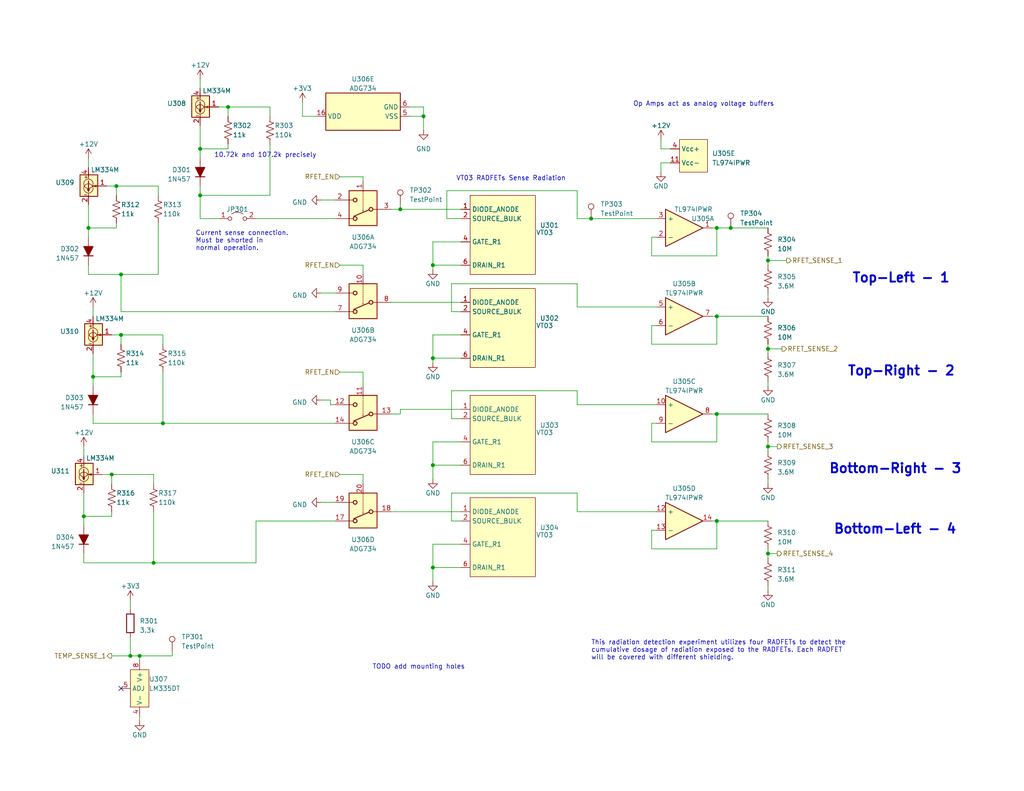
<source format=kicad_sch>
(kicad_sch (version 20230121) (generator eeschema)
  (paper "USLetter")
  (lib_symbols
    (symbol "Analog_Switch:ADG734"
      (property "Reference" "U" (at -3.175 5.334 0))
      (property "Value" "ADG734" (at -3.175 3.556 0))
      (symbol "ADG734_1_1"
        (rectangle (start -3.81 1.905) (end 3.81 -7.62) (stroke (width 0.254)) (fill (type background)))
        (circle (center -2.159 -2.54) (radius 0.508) (stroke (width 0.254)))
        (polyline (pts (xy -5.08 -2.54) (xy -2.794 -2.54)))
        (polyline (pts (xy -1.651 -2.413) (xy 2.54 -0.635)) (stroke (width 0.254)))
        (polyline (pts (xy 0 -7.62) (xy 0 -7.112)))
        (polyline (pts (xy 0 -6.858) (xy 0 -6.604)))
        (polyline (pts (xy 0 -6.35) (xy 0 -6.096)))
        (polyline (pts (xy 0 -5.842) (xy 0 -5.588)))
        (polyline (pts (xy 0 -5.334) (xy 0 -5.08)))
        (polyline (pts (xy 0 -4.826) (xy 0 -4.572)))
        (polyline (pts (xy 0 -4.318) (xy 0 -4.064)))
        (polyline (pts (xy 0 -3.81) (xy 0 -3.556)))
        (polyline (pts (xy 0 -3.302) (xy 0 -3.048)))
        (polyline (pts (xy 0 -2.794) (xy 0 -2.54)))
        (polyline (pts (xy 0 -2.286) (xy 0 -2.032)))
        (polyline (pts (xy 0 -2.286) (xy 0 -2.032)))
        (polyline (pts (xy 5.08 -5.08) (xy 2.794 -5.08)))
        (polyline (pts (xy 5.08 0) (xy 2.794 0)))
        (circle (center 2.159 -5.08) (radius 0.508) (stroke (width 0.254)))
        (circle (center 2.159 0) (radius 0.508) (stroke (width 0.254)))
        (pin input line (at 0 -10.16 90) (length 2.54) (name "~") (number "1"))
        (pin passive line (at 7.62 -5.08 180) (length 2.54) (name "~") (number "2"))
        (pin passive line (at -7.62 -2.54 0) (length 2.54) (name "~") (number "3"))
        (pin passive line (at 7.62 0 180) (length 2.54) (name "~") (number "4"))
      )
      (symbol "ADG734_2_1"
        (rectangle (start -3.81 1.905) (end 3.81 -7.62) (stroke (width 0.254)) (fill (type background)))
        (circle (center -2.159 -2.54) (radius 0.508) (stroke (width 0.254)))
        (polyline (pts (xy -5.08 -2.54) (xy -2.794 -2.54)))
        (polyline (pts (xy -1.651 -2.413) (xy 2.54 -0.635)) (stroke (width 0.254)))
        (polyline (pts (xy 0 -7.62) (xy 0 -7.112)))
        (polyline (pts (xy 0 -6.858) (xy 0 -6.604)))
        (polyline (pts (xy 0 -6.35) (xy 0 -6.096)))
        (polyline (pts (xy 0 -5.842) (xy 0 -5.588)))
        (polyline (pts (xy 0 -5.334) (xy 0 -5.08)))
        (polyline (pts (xy 0 -4.826) (xy 0 -4.572)))
        (polyline (pts (xy 0 -4.318) (xy 0 -4.064)))
        (polyline (pts (xy 0 -3.81) (xy 0 -3.556)))
        (polyline (pts (xy 0 -3.302) (xy 0 -3.048)))
        (polyline (pts (xy 0 -2.794) (xy 0 -2.54)))
        (polyline (pts (xy 0 -2.286) (xy 0 -2.032)))
        (polyline (pts (xy 0 -2.286) (xy 0 -2.032)))
        (polyline (pts (xy 5.08 -5.08) (xy 2.794 -5.08)))
        (polyline (pts (xy 5.08 0) (xy 2.794 0)))
        (circle (center 2.159 -5.08) (radius 0.508) (stroke (width 0.254)))
        (circle (center 2.159 0) (radius 0.508) (stroke (width 0.254)))
        (pin input line (at 0 -10.16 90) (length 2.54) (name "~") (number "10"))
        (pin passive line (at 7.62 0 180) (length 2.54) (name "~") (number "7"))
        (pin passive line (at -7.62 -2.54 0) (length 2.54) (name "~") (number "8"))
        (pin passive line (at 7.62 -5.08 180) (length 2.54) (name "~") (number "9"))
      )
      (symbol "ADG734_3_1"
        (rectangle (start -3.81 1.905) (end 3.81 -7.62) (stroke (width 0.254)) (fill (type background)))
        (circle (center -2.159 -2.54) (radius 0.508) (stroke (width 0.254)))
        (polyline (pts (xy -5.08 -2.54) (xy -2.794 -2.54)))
        (polyline (pts (xy -1.651 -2.413) (xy 2.54 -0.635)) (stroke (width 0.254)))
        (polyline (pts (xy 0 -7.62) (xy 0 -7.112)))
        (polyline (pts (xy 0 -6.858) (xy 0 -6.604)))
        (polyline (pts (xy 0 -6.35) (xy 0 -6.096)))
        (polyline (pts (xy 0 -5.842) (xy 0 -5.588)))
        (polyline (pts (xy 0 -5.334) (xy 0 -5.08)))
        (polyline (pts (xy 0 -4.826) (xy 0 -4.572)))
        (polyline (pts (xy 0 -4.318) (xy 0 -4.064)))
        (polyline (pts (xy 0 -3.81) (xy 0 -3.556)))
        (polyline (pts (xy 0 -3.302) (xy 0 -3.048)))
        (polyline (pts (xy 0 -2.794) (xy 0 -2.54)))
        (polyline (pts (xy 0 -2.286) (xy 0 -2.032)))
        (polyline (pts (xy 0 -2.286) (xy 0 -2.032)))
        (polyline (pts (xy 5.08 -5.08) (xy 2.794 -5.08)))
        (polyline (pts (xy 5.08 0) (xy 2.794 0)))
        (circle (center 2.159 -5.08) (radius 0.508) (stroke (width 0.254)))
        (circle (center 2.159 0) (radius 0.508) (stroke (width 0.254)))
        (pin input line (at 0 -10.16 90) (length 2.54) (name "~") (number "11"))
        (pin passive line (at 7.62 -5.08 180) (length 2.54) (name "~") (number "12"))
        (pin passive line (at -7.62 -2.54 0) (length 2.54) (name "~") (number "13"))
        (pin passive line (at 7.62 0 180) (length 2.54) (name "~") (number "14"))
      )
      (symbol "ADG734_4_1"
        (rectangle (start -3.81 1.905) (end 3.81 -7.62) (stroke (width 0.254)) (fill (type background)))
        (circle (center -2.159 -2.54) (radius 0.508) (stroke (width 0.254)))
        (polyline (pts (xy -5.08 -2.54) (xy -2.794 -2.54)))
        (polyline (pts (xy -1.651 -2.413) (xy 2.54 -0.635)) (stroke (width 0.254)))
        (polyline (pts (xy 0 -7.62) (xy 0 -7.112)))
        (polyline (pts (xy 0 -6.858) (xy 0 -6.604)))
        (polyline (pts (xy 0 -6.35) (xy 0 -6.096)))
        (polyline (pts (xy 0 -5.842) (xy 0 -5.588)))
        (polyline (pts (xy 0 -5.334) (xy 0 -5.08)))
        (polyline (pts (xy 0 -4.826) (xy 0 -4.572)))
        (polyline (pts (xy 0 -4.318) (xy 0 -4.064)))
        (polyline (pts (xy 0 -3.81) (xy 0 -3.556)))
        (polyline (pts (xy 0 -3.302) (xy 0 -3.048)))
        (polyline (pts (xy 0 -2.794) (xy 0 -2.54)))
        (polyline (pts (xy 0 -2.286) (xy 0 -2.032)))
        (polyline (pts (xy 0 -2.286) (xy 0 -2.032)))
        (polyline (pts (xy 5.08 -5.08) (xy 2.794 -5.08)))
        (polyline (pts (xy 5.08 0) (xy 2.794 0)))
        (circle (center 2.159 -5.08) (radius 0.508) (stroke (width 0.254)))
        (circle (center 2.159 0) (radius 0.508) (stroke (width 0.254)))
        (pin passive line (at 7.62 0 180) (length 2.54) (name "~") (number "17"))
        (pin passive line (at -7.62 -2.54 0) (length 2.54) (name "~") (number "18"))
        (pin passive line (at 7.62 -5.08 180) (length 2.54) (name "~") (number "19"))
        (pin input line (at 0 -10.16 90) (length 2.54) (name "~") (number "20"))
      )
      (symbol "ADG734_5_0"
        (pin no_connect line (at 2.54 10.16 270) (length 2.54) hide (name "NC") (number "15"))
        (pin power_in line (at 0 12.7 270) (length 2.54) (name "VDD") (number "16"))
        (pin power_in line (at 0 -12.7 90) (length 2.54) (name "VSS") (number "5"))
        (pin power_in line (at 2.54 -12.7 90) (length 2.54) (name "GND") (number "6"))
      )
      (symbol "ADG734_5_1"
        (rectangle (start -3.81 10.16) (end 6.35 -10.16) (stroke (width 0.254)) (fill (type background)))
      )
    )
    (symbol "BIRDS-X_Symbols_Lib:1N457" (pin_numbers hide) (pin_names (offset 1.016) hide)
      (property "Reference" "D" (at 0 5.08 0))
      (property "Value" "1N457" (at 0 2.54 0))
      (symbol "1N457_0_1"
        (polyline (pts (xy -1.27 0) (xy 1.27 0)))
        (polyline (pts (xy 1.27 1.27) (xy 1.27 -1.27)) (stroke (width 0.254)))
        (polyline (pts (xy -1.27 1.27) (xy -1.27 -1.27) (xy 1.27 0) (xy -1.27 1.27)) (stroke (width 0.254)) (fill (type outline)))
      )
      (symbol "1N457_1_1"
        (pin passive line (at 3.81 0 180) (length 2.54) (name "K") (number "1"))
        (pin passive line (at -3.81 0 0) (length 2.54) (name "A") (number "2"))
      )
    )
    (symbol "BIRDS-X_Symbols_Lib:LM334M"
      (property "Reference" "U" (at 0.635 6.35 0))
      (property "Value" "LM334M" (at 0.635 4.445 0))
      (symbol "LM334M_0_1"
        (rectangle (start -2.286 3.048) (end 2.54 -2.794) (stroke (width 0.254)) (fill (type background)))
        (circle (center 0 -0.635) (radius 1.27))
        (polyline (pts (xy -1.143 -2.413) (xy -0.381 -2.413)))
        (polyline (pts (xy -1.016 2.413) (xy -0.254 2.413)))
        (polyline (pts (xy -0.635 2.794) (xy -0.635 2.032)))
        (polyline (pts (xy 0 -1.905) (xy 0 -3.175)))
        (polyline (pts (xy 0 1.397) (xy 0 -1.397)) (stroke (width 0.254)))
        (polyline (pts (xy 0 3.81) (xy 0 1.905)))
        (polyline (pts (xy 5.08 0) (xy 1.27 0)))
        (polyline (pts (xy 0 -1.397) (xy -0.254 -0.889) (xy 0.254 -0.889) (xy 0 -1.397)) (stroke (width 0.254)))
        (polyline (pts (xy 1.27 0) (xy 2.159 0.254) (xy 2.159 -0.254) (xy 1.27 0)))
        (circle (center 0 0.635) (radius 1.27))
      )
      (symbol "LM334M_1_1"
        (pin passive line (at 5.08 0 180) (length 2.54) (name "~") (number "1"))
        (pin passive line (at 0 -5.08 90) (length 2.54) (name "~") (number "2"))
        (pin passive line (at 0 -5.08 90) (length 2.54) hide (name "~") (number "3"))
        (pin passive line (at 0 5.08 270) (length 2.54) (name "~") (number "4"))
        (pin no_connect line (at 2.54 2.54 180) (length 2.54) hide (name "NC") (number "5"))
        (pin passive line (at 0 -5.08 90) (length 2.54) hide (name "~") (number "6"))
        (pin passive line (at 0 -5.08 90) (length 2.54) hide (name "~") (number "7"))
        (pin no_connect line (at 2.54 -2.54 180) (length 2.54) hide (name "NC") (number "8"))
      )
    )
    (symbol "BIRDS-X_Symbols_Lib:LM335D"
      (property "Reference" "U" (at 3.81 3.81 0))
      (property "Value" "LM335D" (at 5.08 6.35 0))
      (symbol "LM335D_1_1"
        (rectangle (start -2.54 5.08) (end 2.54 -5.08) (fill (type background)))
        (pin no_connect line (at 2.54 -2.54 180) (length 2.54) hide (name "NC") (number "1"))
        (pin no_connect line (at 2.54 2.54 180) (length 2.54) hide (name "NC") (number "2"))
        (pin no_connect line (at 2.54 0 180) (length 2.54) hide (name "NC") (number "3"))
        (pin input line (at 0 -7.62 90) (length 2.54) (name "V-") (number "4"))
        (pin input line (at -5.08 0 0) (length 2.54) (name "ADJ") (number "5"))
        (pin no_connect line (at -2.54 -2.54 0) (length 2.54) hide (name "NC") (number "6"))
        (pin no_connect line (at 2.54 5.08 180) (length 2.54) hide (name "NC") (number "7"))
        (pin input line (at 0 7.62 270) (length 2.54) (name "V+") (number "8"))
      )
    )
    (symbol "BIRDS-X_Symbols_Lib:TL974IPWR"
      (property "Reference" "U" (at 5.08 2.54 0))
      (property "Value" "TL974IPWR" (at 2.54 5.08 0))
      (symbol "TL974IPWR_1_1"
        (polyline (pts (xy -5.08 5.08) (xy 5.08 0) (xy -5.08 -5.08) (xy -5.08 5.08)) (stroke (width 0.254)) (fill (type background)))
        (pin output line (at 7.62 0 180) (length 2.54) (name "~") (number "1"))
        (pin input line (at -7.62 -2.54 0) (length 2.54) (name "-") (number "2"))
        (pin input line (at -7.62 2.54 0) (length 2.54) (name "+") (number "3"))
      )
      (symbol "TL974IPWR_2_1"
        (polyline (pts (xy -5.08 5.08) (xy 5.08 0) (xy -5.08 -5.08) (xy -5.08 5.08)) (stroke (width 0.254)) (fill (type background)))
        (pin input line (at -7.62 2.54 0) (length 2.54) (name "+") (number "5"))
        (pin input line (at -7.62 -2.54 0) (length 2.54) (name "-") (number "6"))
        (pin output line (at 7.62 0 180) (length 2.54) (name "~") (number "7"))
      )
      (symbol "TL974IPWR_3_1"
        (polyline (pts (xy -5.08 5.08) (xy 5.08 0) (xy -5.08 -5.08) (xy -5.08 5.08)) (stroke (width 0.254)) (fill (type background)))
        (pin input line (at -7.62 2.54 0) (length 2.54) (name "+") (number "10"))
        (pin output line (at 7.62 0 180) (length 2.54) (name "~") (number "8"))
        (pin input line (at -7.62 -2.54 0) (length 2.54) (name "-") (number "9"))
      )
      (symbol "TL974IPWR_4_1"
        (polyline (pts (xy -5.08 5.08) (xy 5.08 0) (xy -5.08 -5.08) (xy -5.08 5.08)) (stroke (width 0.254)) (fill (type background)))
        (pin input line (at -7.62 2.54 0) (length 2.54) (name "+") (number "12"))
        (pin input line (at -7.62 -2.54 0) (length 2.54) (name "-") (number "13"))
        (pin output line (at 7.62 0 180) (length 2.54) (name "~") (number "14"))
      )
      (symbol "TL974IPWR_5_1"
        (rectangle (start -3.81 3.81) (end 3.81 -5.08) (fill (type background)))
        (pin input line (at -6.35 -2.54 0) (length 2.54) (name "Vcc-") (number "11"))
        (pin input line (at -6.35 1.27 0) (length 2.54) (name "Vcc+") (number "4"))
      )
    )
    (symbol "BIRDS-X_Symbols_Lib:VT03_Radfet"
      (property "Reference" "U" (at 11.43 -6.35 0))
      (property "Value" "VT03" (at 11.43 -3.81 0))
      (symbol "VT03_Radfet_0_0"
        (text "" (at -8.89 10.16 0) (effects (font (size 1.27 1.27))))
      )
      (symbol "VT03_Radfet_1_1"
        (rectangle (start -8.89 6.35) (end 8.89 -15.24) (fill (type background)))
        (pin input line (at -11.43 2.54 0) (length 2.54) (name "DIODE_ANODE") (number "1"))
        (pin output line (at -11.43 0 0) (length 2.54) (name "SOURCE_BULK") (number "2"))
        (pin no_connect line (at -8.89 -3.81 0) (length 2.54) hide (name "NC") (number "3"))
        (pin input line (at -11.43 -6.35 0) (length 2.54) (name "GATE_R1") (number "4"))
        (pin no_connect line (at -8.89 -10.16 0) (length 2.54) hide (name "NC") (number "5"))
        (pin input line (at -11.43 -12.7 0) (length 2.54) (name "DRAIN_R1") (number "6"))
      )
    )
    (symbol "Connector:TestPoint" (pin_numbers hide) (pin_names (offset 0.762) hide)
      (property "Reference" "TP" (at 0 6.858 0))
      (property "Value" "TestPoint" (at 0 5.08 0))
      (symbol "TestPoint_0_1"
        (circle (center 0 3.302) (radius 0.762))
      )
      (symbol "TestPoint_1_1"
        (pin passive line (at 0 0 90) (length 2.54) (name "1") (number "1"))
      )
    )
    (symbol "Device:R" (pin_numbers hide) (pin_names (offset 0))
      (property "Reference" "R" (at 2.032 0 90))
      (property "Value" "R" (at 0 0 90))
      (symbol "R_0_1"
        (rectangle (start -1.016 -2.54) (end 1.016 2.54) (stroke (width 0.254)))
      )
      (symbol "R_1_1"
        (pin passive line (at 0 3.81 270) (length 1.27) (name "~") (number "1"))
        (pin passive line (at 0 -3.81 90) (length 1.27) (name "~") (number "2"))
      )
    )
    (symbol "Device:R_US" (pin_numbers hide) (pin_names (offset 0))
      (property "Reference" "R" (at 2.54 0 90))
      (property "Value" "R_US" (at -2.54 0 90))
      (symbol "R_US_0_1"
        (polyline (pts (xy 0 -2.286) (xy 0 -2.54)))
        (polyline (pts (xy 0 2.286) (xy 0 2.54)))
        (polyline (pts (xy 0 -0.762) (xy 1.016 -1.143) (xy 0 -1.524) (xy -1.016 -1.905) (xy 0 -2.286)))
        (polyline (pts (xy 0 0.762) (xy 1.016 0.381) (xy 0 0) (xy -1.016 -0.381) (xy 0 -0.762)))
        (polyline (pts (xy 0 2.286) (xy 1.016 1.905) (xy 0 1.524) (xy -1.016 1.143) (xy 0 0.762)))
      )
      (symbol "R_US_1_1"
        (pin passive line (at 0 3.81 270) (length 1.27) (name "~") (number "1"))
        (pin passive line (at 0 -3.81 90) (length 1.27) (name "~") (number "2"))
      )
    )
    (symbol "Jumper:Jumper_2_Open" (pin_names (offset 0) hide)
      (property "Reference" "JP" (at 0 2.794 0))
      (property "Value" "Jumper_2_Open" (at 0 -2.286 0))
      (symbol "Jumper_2_Open_0_0"
        (circle (center -2.032 0) (radius 0.508))
        (circle (center 2.032 0) (radius 0.508))
      )
      (symbol "Jumper_2_Open_0_1"
        (arc (start 1.524 1.27) (mid 0 1.778) (end -1.524 1.27))
      )
      (symbol "Jumper_2_Open_1_1"
        (pin passive line (at -5.08 0 0) (length 2.54) (name "A") (number "1"))
        (pin passive line (at 5.08 0 180) (length 2.54) (name "B") (number "2"))
      )
    )
    (symbol "power:+12V" (power) (pin_names (offset 0))
      (property "Value" "+12V" (at 0 3.556 0))
      (symbol "+12V_0_1"
        (polyline (pts (xy -0.762 1.27) (xy 0 2.54)))
        (polyline (pts (xy 0 0) (xy 0 2.54)))
        (polyline (pts (xy 0 2.54) (xy 0.762 1.27)))
      )
      (symbol "+12V_1_1"
        (pin power_in line (at 0 0 90) (length 0) hide (name "+12V") (number "1"))
      )
    )
    (symbol "power:+3V3" (power) (pin_names (offset 0))
      (property "Value" "+3V3" (at 0 3.556 0))
      (symbol "+3V3_0_1"
        (polyline (pts (xy -0.762 1.27) (xy 0 2.54)))
        (polyline (pts (xy 0 0) (xy 0 2.54)))
        (polyline (pts (xy 0 2.54) (xy 0.762 1.27)))
      )
      (symbol "+3V3_1_1"
        (pin power_in line (at 0 0 90) (length 0) hide (name "+3V3") (number "1"))
      )
    )
    (symbol "power:GND" (power) (pin_names (offset 0))
      (property "Value" "GND" (at 0 -3.81 0))
      (symbol "GND_0_1"
        (polyline (pts (xy 0 0) (xy 0 -1.27) (xy 1.27 -1.27) (xy 0 -2.54) (xy -1.27 -1.27) (xy 0 -1.27)))
      )
      (symbol "GND_1_1"
        (pin power_in line (at 0 0 270) (length 0) hide (name "GND") (number "1"))
      )
    )
  )
  (junction (at 35.56 179.07))
  (junction (at 209.55 121.92))
  (junction (at 118.11 127))
  (junction (at 33.02 91.44))
  (junction (at 209.55 71.12))
  (junction (at 24.13 62.23))
  (junction (at 62.23 29.21))
  (junction (at 161.29 59.69))
  (junction (at 31.75 50.8))
  (junction (at 199.39 62.23))
  (junction (at 195.58 86.36))
  (junction (at 109.22 57.15))
  (junction (at 209.55 95.25))
  (junction (at 115.57 31.75))
  (junction (at 195.58 62.23))
  (junction (at 22.86 140.97))
  (junction (at 118.11 72.39))
  (junction (at 38.1 179.07))
  (junction (at 25.4 102.87))
  (junction (at 118.11 97.79))
  (junction (at 33.02 74.93))
  (junction (at 44.45 115.57))
  (junction (at 195.58 142.24))
  (junction (at 195.58 113.03))
  (junction (at 30.48 129.54))
  (junction (at 118.11 154.94))
  (junction (at 54.61 40.64))
  (junction (at 41.91 153.67))
  (junction (at 54.61 53.34))
  (junction (at 209.55 151.13))
  (no_connect (at 33.02 187.96))
  (wire (pts (xy 161.29 59.69) (xy 179.07 59.69)))
  (wire (pts (xy 54.61 53.34) (xy 54.61 59.69)))
  (wire (pts (xy 195.58 113.03) (xy 194.31 113.03)))
  (wire (pts (xy 209.55 120.65) (xy 209.55 121.92)))
  (wire (pts (xy 180.34 38.1) (xy 180.34 40.64)))
  (wire (pts (xy 195.58 113.03) (xy 209.55 113.03)))
  (wire (pts (xy 157.48 77.47) (xy 157.48 83.82)))
  (wire (pts (xy 35.56 173.99) (xy 35.56 179.07)))
  (wire (pts (xy 209.55 149.86) (xy 209.55 151.13)))
  (wire (pts (xy 157.48 52.07) (xy 157.48 59.69)))
  (wire (pts (xy 24.13 43.18) (xy 24.13 45.72)))
  (wire (pts (xy 33.02 102.87) (xy 33.02 101.6)))
  (wire (pts (xy 209.55 160.02) (xy 209.55 161.29)))
  (wire (pts (xy 123.19 106.68) (xy 157.48 106.68)))
  (wire (pts (xy 25.4 115.57) (xy 44.45 115.57)))
  (wire (pts (xy 30.48 179.07) (xy 35.56 179.07)))
  (wire (pts (xy 118.11 148.59) (xy 118.11 154.94)))
  (wire (pts (xy 123.19 77.47) (xy 157.48 77.47)))
  (wire (pts (xy 177.8 120.65) (xy 195.58 120.65)))
  (wire (pts (xy 33.02 93.98) (xy 33.02 91.44)))
  (wire (pts (xy 22.86 134.62) (xy 22.86 140.97)))
  (wire (pts (xy 69.85 59.69) (xy 91.44 59.69)))
  (wire (pts (xy 62.23 31.75) (xy 62.23 29.21)))
  (wire (pts (xy 33.02 74.93) (xy 43.18 74.93)))
  (wire (pts (xy 92.71 48.26) (xy 99.06 48.26)))
  (wire (pts (xy 46.99 177.8) (xy 46.99 179.07)))
  (wire (pts (xy 177.8 69.85) (xy 195.58 69.85)))
  (wire (pts (xy 54.61 34.29) (xy 54.61 40.64)))
  (wire (pts (xy 209.55 151.13) (xy 209.55 152.4)))
  (wire (pts (xy 24.13 62.23) (xy 24.13 64.77)))
  (wire (pts (xy 209.55 69.85) (xy 209.55 71.12)))
  (wire (pts (xy 180.34 44.45) (xy 182.88 44.45)))
  (wire (pts (xy 195.58 62.23) (xy 194.31 62.23)))
  (wire (pts (xy 62.23 29.21) (xy 59.69 29.21)))
  (wire (pts (xy 157.48 110.49) (xy 179.07 110.49)))
  (wire (pts (xy 22.86 140.97) (xy 22.86 143.51)))
  (wire (pts (xy 33.02 102.87) (xy 25.4 102.87)))
  (wire (pts (xy 31.75 50.8) (xy 29.21 50.8)))
  (wire (pts (xy 109.22 111.76) (xy 125.73 111.76)))
  (wire (pts (xy 209.55 93.98) (xy 209.55 95.25)))
  (wire (pts (xy 118.11 154.94) (xy 125.73 154.94)))
  (wire (pts (xy 209.55 71.12) (xy 214.63 71.12)))
  (wire (pts (xy 54.61 50.8) (xy 54.61 53.34)))
  (wire (pts (xy 62.23 40.64) (xy 54.61 40.64)))
  (wire (pts (xy 73.66 31.75) (xy 73.66 29.21)))
  (wire (pts (xy 177.8 64.77) (xy 177.8 69.85)))
  (wire (pts (xy 123.19 134.62) (xy 157.48 134.62)))
  (wire (pts (xy 195.58 93.98) (xy 195.58 86.36)))
  (wire (pts (xy 31.75 62.23) (xy 31.75 60.96)))
  (wire (pts (xy 195.58 69.85) (xy 195.58 62.23)))
  (wire (pts (xy 123.19 114.3) (xy 125.73 114.3)))
  (wire (pts (xy 118.11 154.94) (xy 118.11 158.75)))
  (wire (pts (xy 177.8 93.98) (xy 195.58 93.98)))
  (wire (pts (xy 44.45 91.44) (xy 33.02 91.44)))
  (wire (pts (xy 121.92 59.69) (xy 121.92 52.07)))
  (wire (pts (xy 31.75 53.34) (xy 31.75 50.8)))
  (wire (pts (xy 43.18 53.34) (xy 43.18 50.8)))
  (wire (pts (xy 44.45 101.6) (xy 44.45 115.57)))
  (wire (pts (xy 54.61 59.69) (xy 59.69 59.69)))
  (wire (pts (xy 199.39 62.23) (xy 209.55 62.23)))
  (wire (pts (xy 30.48 129.54) (xy 27.94 129.54)))
  (wire (pts (xy 111.76 29.21) (xy 115.57 29.21)))
  (wire (pts (xy 109.22 113.03) (xy 109.22 111.76)))
  (wire (pts (xy 177.8 149.86) (xy 195.58 149.86)))
  (wire (pts (xy 123.19 85.09) (xy 125.73 85.09)))
  (wire (pts (xy 44.45 115.57) (xy 91.44 115.57)))
  (wire (pts (xy 123.19 142.24) (xy 123.19 134.62)))
  (wire (pts (xy 46.99 179.07) (xy 38.1 179.07)))
  (wire (pts (xy 87.63 80.01) (xy 91.44 80.01)))
  (wire (pts (xy 209.55 95.25) (xy 213.36 95.25)))
  (wire (pts (xy 92.71 72.39) (xy 99.06 72.39)))
  (wire (pts (xy 87.63 137.16) (xy 91.44 137.16)))
  (wire (pts (xy 118.11 91.44) (xy 118.11 97.79)))
  (wire (pts (xy 92.71 101.6) (xy 99.06 101.6)))
  (wire (pts (xy 195.58 86.36) (xy 209.55 86.36)))
  (wire (pts (xy 31.75 62.23) (xy 24.13 62.23)))
  (wire (pts (xy 109.22 57.15) (xy 125.73 57.15)))
  (wire (pts (xy 54.61 53.34) (xy 73.66 53.34)))
  (wire (pts (xy 118.11 127) (xy 125.73 127)))
  (wire (pts (xy 35.56 163.83) (xy 35.56 166.37)))
  (wire (pts (xy 195.58 142.24) (xy 209.55 142.24)))
  (wire (pts (xy 99.06 72.39) (xy 99.06 74.93)))
  (wire (pts (xy 92.71 129.54) (xy 99.06 129.54)))
  (wire (pts (xy 30.48 132.08) (xy 30.48 129.54)))
  (wire (pts (xy 118.11 72.39) (xy 125.73 72.39)))
  (wire (pts (xy 177.8 115.57) (xy 177.8 120.65)))
  (wire (pts (xy 41.91 139.7) (xy 41.91 153.67)))
  (wire (pts (xy 44.45 93.98) (xy 44.45 91.44)))
  (wire (pts (xy 33.02 74.93) (xy 24.13 74.93)))
  (wire (pts (xy 118.11 66.04) (xy 125.73 66.04)))
  (wire (pts (xy 115.57 31.75) (xy 115.57 35.56)))
  (wire (pts (xy 195.58 149.86) (xy 195.58 142.24)))
  (wire (pts (xy 69.85 153.67) (xy 69.85 142.24)))
  (wire (pts (xy 99.06 129.54) (xy 99.06 132.08)))
  (wire (pts (xy 123.19 142.24) (xy 125.73 142.24)))
  (wire (pts (xy 195.58 142.24) (xy 194.31 142.24)))
  (wire (pts (xy 99.06 48.26) (xy 99.06 49.53)))
  (wire (pts (xy 118.11 66.04) (xy 118.11 72.39)))
  (wire (pts (xy 179.07 88.9) (xy 177.8 88.9)))
  (wire (pts (xy 179.07 115.57) (xy 177.8 115.57)))
  (wire (pts (xy 157.48 59.69) (xy 161.29 59.69)))
  (wire (pts (xy 180.34 46.99) (xy 180.34 44.45)))
  (wire (pts (xy 41.91 153.67) (xy 69.85 153.67)))
  (wire (pts (xy 195.58 86.36) (xy 194.31 86.36)))
  (wire (pts (xy 99.06 101.6) (xy 99.06 105.41)))
  (wire (pts (xy 24.13 55.88) (xy 24.13 62.23)))
  (wire (pts (xy 73.66 29.21) (xy 62.23 29.21)))
  (wire (pts (xy 195.58 62.23) (xy 199.39 62.23)))
  (wire (pts (xy 106.68 113.03) (xy 109.22 113.03)))
  (wire (pts (xy 209.55 71.12) (xy 209.55 72.39)))
  (wire (pts (xy 157.48 83.82) (xy 179.07 83.82)))
  (wire (pts (xy 209.55 121.92) (xy 209.55 123.19)))
  (wire (pts (xy 22.86 153.67) (xy 41.91 153.67)))
  (wire (pts (xy 38.1 195.58) (xy 38.1 196.85)))
  (wire (pts (xy 209.55 95.25) (xy 209.55 96.52)))
  (wire (pts (xy 41.91 129.54) (xy 30.48 129.54)))
  (wire (pts (xy 43.18 50.8) (xy 31.75 50.8)))
  (wire (pts (xy 54.61 21.59) (xy 54.61 24.13)))
  (wire (pts (xy 106.68 57.15) (xy 109.22 57.15)))
  (wire (pts (xy 123.19 77.47) (xy 123.19 85.09)))
  (wire (pts (xy 30.48 140.97) (xy 22.86 140.97)))
  (wire (pts (xy 121.92 52.07) (xy 157.48 52.07)))
  (wire (pts (xy 177.8 144.78) (xy 177.8 149.86)))
  (wire (pts (xy 180.34 40.64) (xy 182.88 40.64)))
  (wire (pts (xy 22.86 121.92) (xy 22.86 124.46)))
  (wire (pts (xy 118.11 91.44) (xy 125.73 91.44)))
  (wire (pts (xy 209.55 104.14) (xy 209.55 105.41)))
  (wire (pts (xy 54.61 40.64) (xy 54.61 43.18)))
  (wire (pts (xy 195.58 120.65) (xy 195.58 113.03)))
  (wire (pts (xy 22.86 151.13) (xy 22.86 153.67)))
  (wire (pts (xy 179.07 64.77) (xy 177.8 64.77)))
  (wire (pts (xy 118.11 97.79) (xy 125.73 97.79)))
  (wire (pts (xy 177.8 88.9) (xy 177.8 93.98)))
  (wire (pts (xy 33.02 85.09) (xy 33.02 74.93)))
  (wire (pts (xy 209.55 121.92) (xy 212.09 121.92)))
  (wire (pts (xy 82.55 31.75) (xy 86.36 31.75)))
  (wire (pts (xy 123.19 114.3) (xy 123.19 106.68)))
  (wire (pts (xy 25.4 96.52) (xy 25.4 102.87)))
  (wire (pts (xy 90.17 110.49) (xy 91.44 110.49)))
  (wire (pts (xy 24.13 72.39) (xy 24.13 74.93)))
  (wire (pts (xy 90.17 110.49) (xy 90.17 109.22)))
  (wire (pts (xy 209.55 151.13) (xy 212.09 151.13)))
  (wire (pts (xy 118.11 97.79) (xy 118.11 99.06)))
  (wire (pts (xy 209.55 81.28) (xy 209.55 80.01)))
  (wire (pts (xy 30.48 140.97) (xy 30.48 139.7)))
  (wire (pts (xy 115.57 29.21) (xy 115.57 31.75)))
  (wire (pts (xy 69.85 142.24) (xy 91.44 142.24)))
  (wire (pts (xy 118.11 148.59) (xy 125.73 148.59)))
  (wire (pts (xy 62.23 40.64) (xy 62.23 39.37)))
  (wire (pts (xy 25.4 113.03) (xy 25.4 115.57)))
  (wire (pts (xy 118.11 120.65) (xy 118.11 127)))
  (wire (pts (xy 38.1 179.07) (xy 38.1 180.34)))
  (wire (pts (xy 121.92 59.69) (xy 125.73 59.69)))
  (wire (pts (xy 109.22 55.88) (xy 109.22 57.15)))
  (wire (pts (xy 90.17 109.22) (xy 87.63 109.22)))
  (wire (pts (xy 25.4 83.82) (xy 25.4 86.36)))
  (wire (pts (xy 179.07 144.78) (xy 177.8 144.78)))
  (wire (pts (xy 209.55 130.81) (xy 209.55 132.08)))
  (wire (pts (xy 118.11 127) (xy 118.11 130.81)))
  (wire (pts (xy 118.11 120.65) (xy 125.73 120.65)))
  (wire (pts (xy 106.68 82.55) (xy 125.73 82.55)))
  (wire (pts (xy 82.55 27.94) (xy 82.55 31.75)))
  (wire (pts (xy 33.02 91.44) (xy 30.48 91.44)))
  (wire (pts (xy 43.18 74.93) (xy 43.18 60.96)))
  (wire (pts (xy 73.66 53.34) (xy 73.66 39.37)))
  (wire (pts (xy 33.02 85.09) (xy 91.44 85.09)))
  (wire (pts (xy 41.91 132.08) (xy 41.91 129.54)))
  (wire (pts (xy 106.68 139.7) (xy 125.73 139.7)))
  (wire (pts (xy 25.4 102.87) (xy 25.4 105.41)))
  (wire (pts (xy 157.48 134.62) (xy 157.48 139.7)))
  (wire (pts (xy 35.56 179.07) (xy 38.1 179.07)))
  (wire (pts (xy 111.76 31.75) (xy 115.57 31.75)))
  (wire (pts (xy 157.48 106.68) (xy 157.48 110.49)))
  (wire (pts (xy 157.48 139.7) (xy 179.07 139.7)))
  (wire (pts (xy 118.11 73.66) (xy 118.11 72.39)))
  (wire (pts (xy 87.63 54.61) (xy 91.44 54.61)))
  (text "Top-Right - 2" (at 231.14 102.87 0) (effects (font (size 2.54 2.54) (thickness 0.508) bold) (justify left bottom)))
  (text "Bottom-Right - 3" (at 226.06 129.54 0) (effects (font (size 2.54 2.54) (thickness 0.508) bold) (justify left bottom)))
  (text "Top-Left - 1" (at 232.41 77.47 0) (effects (font (size 2.54 2.54) (thickness 0.508) bold) (justify left bottom)))
  (text "VT03 RADFETs Sense Radiation" (at 124.46 49.53 0) (effects (font (size 1.27 1.27)) (justify left bottom)))
  (text "Op Amps act as analog voltage buffers" (at 172.72 29.21 0) (effects (font (size 1.27 1.27)) (justify left bottom)))
  (text "TODO add mounting holes" (at 101.6 182.88 0) (effects (font (size 1.27 1.27)) (justify left bottom)))
  (text "10.72k and 107.2k precisely" (at 58.42 43.18 0) (effects (font (size 1.27 1.27)) (justify left bottom)))
  (text "This radiation detection experiment utilizes four RADFETs to detect the\ncumulative dosage of radiation exposed to the RADFETs. Each RADFET \nwill be covered with different shielding." (at 161.29 180.34 0) (effects (font (size 1.27 1.27)) (justify left bottom)))
  (text "Bottom-Left - 4" (at 227.33 146.05 0) (effects (font (size 2.54 2.54) (thickness 0.508) bold) (justify left bottom)))
  (text "Current sense connection.\nMust be shorted in\nnormal operation." (at 53.34 68.58 0) (effects (font (size 1.27 1.27)) (justify left bottom)))
  (hierarchical_label "RFET_EN" (shape input) (at 92.71 129.54 180))
  (hierarchical_label "RFET_EN" (shape input) (at 92.71 48.26 180))
  (hierarchical_label "RFET_SENSE_4" (shape output) (at 212.09 151.13 0))
  (hierarchical_label "RFET_SENSE_1" (shape output) (at 214.63 71.12 0))
  (hierarchical_label "TEMP_SENSE_1" (shape output) (at 30.48 179.07 180))
  (hierarchical_label "RFET_EN" (shape input) (at 92.71 72.39 180))
  (hierarchical_label "RFET_EN" (shape input) (at 92.71 101.6 180))
  (hierarchical_label "RFET_SENSE_2" (shape output) (at 213.36 95.25 0))
  (hierarchical_label "RFET_SENSE_3" (shape output) (at 212.09 121.92 0))
  (symbol (lib_id "Device:R_US") (at 209.55 66.04 0) (unit 1)
    (property "Reference" "R304" (at 212.09 65.405 0) (effects (justify left)))
    (property "Value" "10M" (at 212.09 67.945 0) (effects (justify left)))
    (property "Footprint" "Resistor_SMD:R_0603_1608Metric_Pad0.98x0.95mm_HandSolder" (effects hide))
  )
  (symbol (lib_id "Device:R_US") (at 31.75 57.15 0) (unit 1)
    (property "Reference" "R312" (at 33.02 55.88 0) (effects (justify left)))
    (property "Value" "11k" (at 33.02 58.42 0) (effects (justify left)))
    (property "Footprint" "Resistor_SMD:R_0603_1608Metric_Pad0.98x0.95mm_HandSolder" (effects hide))
  )
  (symbol (lib_id "power:GND") (at 87.63 137.16 270) (unit 1)
    (property "Reference" "#PWR011" (effects hide))
    (property "Value" "GND" (at 83.82 137.795 90) (effects (justify right)))
  )
  (symbol (lib_id "BIRDS-X_Symbols_Lib:VT03_Radfet") (at 137.16 85.09 0) (unit 1)
    (property "Reference" "U302" (at 147.32 86.8957 0) (effects (justify left)))
    (property "Value" "VT03" (at 148.59 88.9 0))
    (property "Footprint" "Package_TO_SOT_SMD:SOT-23-6_Handsoldering" (effects hide))
  )
  (symbol (lib_id "Device:R_US") (at 44.45 97.79 0) (unit 1)
    (property "Reference" "R315" (at 45.72 96.52 0) (effects (justify left)))
    (property "Value" "110k" (at 45.72 99.06 0) (effects (justify left)))
    (property "Footprint" "Resistor_SMD:R_0603_1608Metric_Pad0.98x0.95mm_HandSolder" (effects hide))
  )
  (symbol (lib_id "BIRDS-X_Symbols_Lib:LM334M") (at 54.61 29.21 0) (unit 1)
    (property "Reference" "U308" (at 50.8 28.2575 0) (effects (justify right)))
    (property "Value" "LM334M" (at 55.245 24.765 0) (effects (justify left)))
    (property "Footprint" "Package_SO:SOIC-8_3.9x4.9mm_P1.27mm" (effects hide))
    (property "Datasheet" "http://www.ti.com/lit/ds/symlink/lm134.pdf" (effects hide))
  )
  (symbol (lib_id "Device:R_US") (at 33.02 97.79 0) (unit 1)
    (property "Reference" "R314" (at 34.29 96.52 0) (effects (justify left)))
    (property "Value" "11k" (at 34.29 99.06 0) (effects (justify left)))
    (property "Footprint" "Resistor_SMD:R_0603_1608Metric_Pad0.98x0.95mm_HandSolder" (effects hide))
  )
  (symbol (lib_id "Analog_Switch:ADG734") (at 99.06 31.75 90) (unit 5)
    (property "Reference" "U306" (at 99.06 21.59 90))
    (property "Value" "ADG734" (at 99.06 24.13 90))
    (property "Footprint" "Package_SO:TSSOP-20_4.4x6.5mm_P0.65mm" (effects hide))
    (property "Datasheet" "https://www.analog.com/media/en/technical-documentation/data-sheets/ADG733_734.pdf" (effects hide))
  )
  (symbol (lib_id "Analog_Switch:ADG734") (at 99.06 115.57 180) (unit 3)
    (property "Reference" "U306" (at 99.06 120.65 0))
    (property "Value" "ADG734" (at 99.06 123.19 0))
    (property "Footprint" "Package_SO:TSSOP-20_4.4x6.5mm_P0.65mm" (effects hide))
    (property "Datasheet" "https://www.analog.com/media/en/technical-documentation/data-sheets/ADG733_734.pdf" (effects hide))
  )
  (symbol (lib_id "Device:R_US") (at 73.66 35.56 0) (unit 1)
    (property "Reference" "R303" (at 74.93 34.29 0) (effects (justify left)))
    (property "Value" "110k" (at 74.93 36.83 0) (effects (justify left)))
    (property "Footprint" "Resistor_SMD:R_0603_1608Metric_Pad0.98x0.95mm_HandSolder" (effects hide))
  )
  (symbol (lib_id "power:+12V") (at 22.86 121.92 0) (unit 1)
    (property "Reference" "#PWR0304" (effects hide))
    (property "Value" "+12V" (at 22.86 118.11 0))
  )
  (symbol (lib_id "Connector:TestPoint") (at 109.22 55.88 0) (unit 1)
    (property "Reference" "TP302" (at 111.76 51.943 0) (effects (justify left)))
    (property "Value" "TestPoint" (at 111.76 54.483 0) (effects (justify left)))
    (property "Footprint" "TestPoint:TestPoint_Pad_D1.5mm" (effects hide))
  )
  (symbol (lib_id "power:GND") (at 87.63 109.22 270) (unit 1)
    (property "Reference" "#PWR012" (effects hide))
    (property "Value" "GND" (at 83.82 109.855 90) (effects (justify right)))
  )
  (symbol (lib_id "power:GND") (at 180.34 46.99 0) (unit 1)
    (property "Reference" "#PWR017" (effects hide))
    (property "Value" "GND" (at 180.34 50.8 0))
  )
  (symbol (lib_id "power:+12V") (at 54.61 21.59 0) (unit 1)
    (property "Reference" "#PWR0301" (effects hide))
    (property "Value" "+12V" (at 54.61 17.78 0))
  )
  (symbol (lib_id "BIRDS-X_Symbols_Lib:TL974IPWR") (at 186.69 113.03 0) (unit 3)
    (property "Reference" "U305" (at 186.69 104.14 0))
    (property "Value" "TL974IPWR" (at 186.69 106.68 0))
    (property "Footprint" "Package_SO:TSSOP-14_4.4x5mm_P0.65mm" (effects hide))
  )
  (symbol (lib_id "power:GND") (at 209.55 81.28 0) (unit 1)
    (property "Reference" "#PWR018" (effects hide))
    (property "Value" "GND" (at 209.55 85.09 0))
  )
  (symbol (lib_id "power:GND") (at 209.55 161.29 0) (unit 1)
    (property "Reference" "#PWR021" (effects hide))
    (property "Value" "GND" (at 209.55 165.1 0))
  )
  (symbol (lib_id "Device:R_US") (at 62.23 35.56 0) (unit 1)
    (property "Reference" "R302" (at 63.5 34.29 0) (effects (justify left)))
    (property "Value" "11k" (at 63.5 36.83 0) (effects (justify left)))
    (property "Footprint" "Resistor_SMD:R_0603_1608Metric_Pad0.98x0.95mm_HandSolder" (effects hide))
  )
  (symbol (lib_id "Device:R_US") (at 209.55 156.21 0) (unit 1)
    (property "Reference" "R311" (at 212.09 155.575 0) (effects (justify left)))
    (property "Value" "3.6M" (at 212.09 158.115 0) (effects (justify left)))
    (property "Footprint" "Resistor_SMD:R_0603_1608Metric_Pad0.98x0.95mm_HandSolder" (effects hide))
  )
  (symbol (lib_id "power:GND") (at 209.55 105.41 0) (unit 1)
    (property "Reference" "#PWR019" (effects hide))
    (property "Value" "GND" (at 209.55 109.22 0))
  )
  (symbol (lib_id "Device:R_US") (at 209.55 90.17 0) (unit 1)
    (property "Reference" "R306" (at 212.09 89.535 0) (effects (justify left)))
    (property "Value" "10M" (at 212.09 92.075 0) (effects (justify left)))
    (property "Footprint" "Resistor_SMD:R_0603_1608Metric_Pad0.98x0.95mm_HandSolder" (effects hide))
  )
  (symbol (lib_id "power:+12V") (at 24.13 43.18 0) (unit 1)
    (property "Reference" "#PWR0302" (effects hide))
    (property "Value" "+12V" (at 24.13 39.37 0))
  )
  (symbol (lib_id "BIRDS-X_Symbols_Lib:LM334M") (at 25.4 91.44 0) (unit 1)
    (property "Reference" "U310" (at 21.59 90.4875 0) (effects (justify right)))
    (property "Value" "LM334M" (at 26.035 86.995 0) (effects (justify left)))
    (property "Footprint" "Package_SO:SOIC-8_3.9x4.9mm_P1.27mm" (effects hide))
    (property "Datasheet" "http://www.ti.com/lit/ds/symlink/lm134.pdf" (effects hide))
  )
  (symbol (lib_id "BIRDS-X_Symbols_Lib:LM334M") (at 22.86 129.54 0) (unit 1)
    (property "Reference" "U311" (at 19.05 128.5875 0) (effects (justify right)))
    (property "Value" "LM334M" (at 23.495 125.095 0) (effects (justify left)))
    (property "Footprint" "Package_SO:SOIC-8_3.9x4.9mm_P1.27mm" (effects hide))
    (property "Datasheet" "http://www.ti.com/lit/ds/symlink/lm134.pdf" (effects hide))
  )
  (symbol (lib_id "Device:R_US") (at 41.91 135.89 0) (unit 1)
    (property "Reference" "R317" (at 43.18 134.62 0) (effects (justify left)))
    (property "Value" "110k" (at 43.18 137.16 0) (effects (justify left)))
    (property "Footprint" "Resistor_SMD:R_0603_1608Metric_Pad0.98x0.95mm_HandSolder" (effects hide))
  )
  (symbol (lib_id "Connector:TestPoint") (at 199.39 62.23 0) (unit 1)
    (property "Reference" "TP304" (at 201.93 58.293 0) (effects (justify left)))
    (property "Value" "TestPoint" (at 201.93 60.833 0) (effects (justify left)))
    (property "Footprint" "TestPoint:TestPoint_Pad_D1.5mm" (effects hide))
  )
  (symbol (lib_id "Device:R_US") (at 209.55 116.84 0) (unit 1)
    (property "Reference" "R308" (at 212.09 116.205 0) (effects (justify left)))
    (property "Value" "10M" (at 212.09 118.745 0) (effects (justify left)))
    (property "Footprint" "Resistor_SMD:R_0603_1608Metric_Pad0.98x0.95mm_HandSolder" (effects hide))
  )
  (symbol (lib_id "power:GND") (at 118.11 73.66 0) (unit 1)
    (property "Reference" "#PWR01" (effects hide))
    (property "Value" "GND" (at 118.11 77.47 0))
  )
  (symbol (lib_id "BIRDS-X_Symbols_Lib:TL974IPWR") (at 186.69 142.24 0) (unit 4)
    (property "Reference" "U305" (at 186.69 133.35 0))
    (property "Value" "TL974IPWR" (at 186.69 135.89 0))
    (property "Footprint" "Package_SO:TSSOP-14_4.4x5mm_P0.65mm" (effects hide))
  )
  (symbol (lib_id "Device:R_US") (at 209.55 100.33 0) (unit 1)
    (property "Reference" "R307" (at 212.09 99.695 0) (effects (justify left)))
    (property "Value" "3.6M" (at 212.09 102.235 0) (effects (justify left)))
    (property "Footprint" "Resistor_SMD:R_0603_1608Metric_Pad0.98x0.95mm_HandSolder" (effects hide))
  )
  (symbol (lib_id "BIRDS-X_Symbols_Lib:TL974IPWR") (at 186.69 62.23 0) (unit 1)
    (property "Reference" "U305" (at 191.77 59.69 0))
    (property "Value" "TL974IPWR" (at 189.23 57.15 0))
    (property "Footprint" "Package_SO:TSSOP-14_4.4x5mm_P0.65mm" (effects hide))
  )
  (symbol (lib_id "Analog_Switch:ADG734") (at 99.06 59.69 180) (unit 1)
    (property "Reference" "U306" (at 99.06 64.77 0))
    (property "Value" "ADG734" (at 99.06 67.31 0))
    (property "Footprint" "Package_SO:TSSOP-20_4.4x6.5mm_P0.65mm" (effects hide))
    (property "Datasheet" "https://www.analog.com/media/en/technical-documentation/data-sheets/ADG733_734.pdf" (effects hide))
  )
  (symbol (lib_id "BIRDS-X_Symbols_Lib:LM334M") (at 24.13 50.8 0) (unit 1)
    (property "Reference" "U309" (at 20.32 49.8475 0) (effects (justify right)))
    (property "Value" "LM334M" (at 24.765 46.355 0) (effects (justify left)))
    (property "Footprint" "Package_SO:SOIC-8_3.9x4.9mm_P1.27mm" (effects hide))
    (property "Datasheet" "http://www.ti.com/lit/ds/symlink/lm134.pdf" (effects hide))
  )
  (symbol (lib_id "power:+12V") (at 180.34 38.1 0) (unit 1)
    (property "Reference" "#PWR016" (effects hide))
    (property "Value" "+12V" (at 180.34 34.29 0))
  )
  (symbol (lib_id "Analog_Switch:ADG734") (at 99.06 142.24 180) (unit 4)
    (property "Reference" "U306" (at 99.06 147.32 0))
    (property "Value" "ADG734" (at 99.06 149.86 0))
    (property "Footprint" "Package_SO:TSSOP-20_4.4x6.5mm_P0.65mm" (effects hide))
    (property "Datasheet" "https://www.analog.com/media/en/technical-documentation/data-sheets/ADG733_734.pdf" (effects hide))
  )
  (symbol (lib_id "Jumper:Jumper_2_Open") (at 64.77 59.69 0) (unit 1)
    (property "Reference" "JP301" (at 64.77 57.15 0))
    (property "Value" "Jumper_2_Open" (effects hide))
    (property "Footprint" "Connector_PinHeader_2.54mm:PinHeader_1x02_P2.54mm_Vertical" (effects hide))
  )
  (symbol (lib_id "power:GND") (at 118.11 99.06 0) (unit 1)
    (property "Reference" "#PWR04" (effects hide))
    (property "Value" "GND" (at 118.11 102.87 0))
  )
  (symbol (lib_id "power:+3V3") (at 82.55 27.94 0) (unit 1)
    (property "Reference" "#PWR0406" (effects hide))
    (property "Value" "+3V3" (at 85.09 24.13 0) (effects (justify right)))
    (instances (project "BIRDS-X-PCB" (path "" (reference "#PWR0406") (unit 1)) (path "" (reference "#PWR05") (unit 1))))
  )
  (symbol (lib_id "BIRDS-X_Symbols_Lib:TL974IPWR") (at 186.69 86.36 0) (unit 2)
    (property "Reference" "U305" (at 186.69 77.47 0))
    (property "Value" "TL974IPWR" (at 186.69 80.01 0))
    (property "Footprint" "Package_SO:TSSOP-14_4.4x5mm_P0.65mm" (effects hide))
  )
  (symbol (lib_id "power:+3V3") (at 35.56 163.83 0) (unit 1)
    (property "Reference" "#PWR0207" (effects hide))
    (property "Value" "+3V3" (at 35.56 160.02 0))
    (instances (project "BIRDS-X-PCB" (path "" (reference "#PWR0207") (unit 1)) (path "" (reference "#PWR06") (unit 1))))
  )
  (symbol (lib_id "BIRDS-X_Symbols_Lib:TL974IPWR") (at 189.23 41.91 0) (unit 5)
    (property "Reference" "U305" (at 194.31 41.91 0) (effects (justify left)))
    (property "Value" "TL974IPWR" (at 194.31 44.45 0) (effects (justify left)))
    (property "Footprint" "Package_SO:TSSOP-14_4.4x5mm_P0.65mm" (effects hide))
  )
  (symbol (lib_id "BIRDS-X_Symbols_Lib:1N457") (at 25.4 109.22 90) (mirror x) (unit 1)
    (property "Reference" "D303" (at 22.86 108.585 90) (effects (justify left)))
    (property "Value" "1N457" (at 22.86 111.125 90) (effects (justify left)))
    (property "Footprint" "Diode_THT:D_DO-35_SOD27_P7.62mm_Horizontal" (effects hide))
    (property "Datasheet" "https://www.tme.eu/Document/b97476df216e1512192e6199ba7e077d/datasheet-1N457.pdf" (effects hide))
  )
  (symbol (lib_id "BIRDS-X_Symbols_Lib:VT03_Radfet") (at 137.16 142.24 0) (unit 1)
    (property "Reference" "U304" (at 147.32 144.0457 0) (effects (justify left)))
    (property "Value" "VT03" (at 148.59 146.05 0))
    (property "Footprint" "Package_TO_SOT_SMD:SOT-23-6_Handsoldering" (effects hide))
  )
  (symbol (lib_id "BIRDS-X_Symbols_Lib:VT03_Radfet") (at 137.16 114.3 0) (unit 1)
    (property "Reference" "U303" (at 147.32 116.1057 0) (effects (justify left)))
    (property "Value" "VT03" (at 148.59 118.11 0))
    (property "Footprint" "Package_TO_SOT_SMD:SOT-23-6_Handsoldering" (effects hide))
  )
  (symbol (lib_id "Connector:TestPoint") (at 46.99 177.8 0) (unit 1)
    (property "Reference" "TP301" (at 49.53 173.863 0) (effects (justify left)))
    (property "Value" "TestPoint" (at 49.53 176.403 0) (effects (justify left)))
    (property "Footprint" "TestPoint:TestPoint_Pad_D1.5mm" (effects hide))
  )
  (symbol (lib_id "BIRDS-X_Symbols_Lib:1N457") (at 22.86 147.32 90) (mirror x) (unit 1)
    (property "Reference" "D304" (at 20.32 146.685 90) (effects (justify left)))
    (property "Value" "1N457" (at 20.32 149.225 90) (effects (justify left)))
    (property "Footprint" "Diode_THT:D_DO-35_SOD27_P7.62mm_Horizontal" (effects hide))
    (property "Datasheet" "https://www.tme.eu/Document/b97476df216e1512192e6199ba7e077d/datasheet-1N457.pdf" (effects hide))
  )
  (symbol (lib_id "power:GND") (at 118.11 130.81 0) (unit 1)
    (property "Reference" "#PWR08" (effects hide))
    (property "Value" "GND" (at 118.11 134.62 0))
  )
  (symbol (lib_id "Device:R_US") (at 209.55 146.05 0) (unit 1)
    (property "Reference" "R310" (at 212.09 145.415 0) (effects (justify left)))
    (property "Value" "10M" (at 212.09 147.955 0) (effects (justify left)))
    (property "Footprint" "Resistor_SMD:R_0603_1608Metric_Pad0.98x0.95mm_HandSolder" (effects hide))
  )
  (symbol (lib_id "power:GND") (at 87.63 80.01 270) (unit 1)
    (property "Reference" "#PWR013" (effects hide))
    (property "Value" "GND" (at 83.82 80.645 90) (effects (justify right)))
  )
  (symbol (lib_id "Device:R_US") (at 209.55 127 0) (unit 1)
    (property "Reference" "R309" (at 212.09 126.365 0) (effects (justify left)))
    (property "Value" "3.6M" (at 212.09 128.905 0) (effects (justify left)))
    (property "Footprint" "Resistor_SMD:R_0603_1608Metric_Pad0.98x0.95mm_HandSolder" (effects hide))
  )
  (symbol (lib_id "Device:R_US") (at 43.18 57.15 0) (unit 1)
    (property "Reference" "R313" (at 44.45 55.88 0) (effects (justify left)))
    (property "Value" "110k" (at 44.45 58.42 0) (effects (justify left)))
    (property "Footprint" "Resistor_SMD:R_0603_1608Metric_Pad0.98x0.95mm_HandSolder" (effects hide))
  )
  (symbol (lib_id "power:+12V") (at 25.4 83.82 0) (unit 1)
    (property "Reference" "#PWR0303" (effects hide))
    (property "Value" "+12V" (at 25.4 80.01 0))
  )
  (symbol (lib_id "power:GND") (at 38.1 196.85 0) (unit 1)
    (property "Reference" "#PWR0306" (effects hide))
    (property "Value" "GND" (at 38.1 200.66 0))
  )
  (symbol (lib_id "Connector:TestPoint") (at 161.29 59.69 0) (unit 1)
    (property "Reference" "TP303" (at 163.83 55.753 0) (effects (justify left)))
    (property "Value" "TestPoint" (at 163.83 58.293 0) (effects (justify left)))
    (property "Footprint" "TestPoint:TestPoint_Pad_D1.5mm" (effects hide))
  )
  (symbol (lib_id "BIRDS-X_Symbols_Lib:1N457") (at 54.61 46.99 90) (mirror x) (unit 1)
    (property "Reference" "D301" (at 52.07 46.355 90) (effects (justify left)))
    (property "Value" "1N457" (at 52.07 48.895 90) (effects (justify left)))
    (property "Footprint" "Diode_THT:D_DO-35_SOD27_P7.62mm_Horizontal" (effects hide))
    (property "Datasheet" "https://www.tme.eu/Document/b97476df216e1512192e6199ba7e077d/datasheet-1N457.pdf" (effects hide))
  )
  (symbol (lib_id "BIRDS-X_Symbols_Lib:1N457") (at 24.13 68.58 90) (mirror x) (unit 1)
    (property "Reference" "D302" (at 21.59 67.945 90) (effects (justify left)))
    (property "Value" "1N457" (at 21.59 70.485 90) (effects (justify left)))
    (property "Footprint" "Diode_THT:D_DO-35_SOD27_P7.62mm_Horizontal" (effects hide))
    (property "Datasheet" "https://www.tme.eu/Document/b97476df216e1512192e6199ba7e077d/datasheet-1N457.pdf" (effects hide))
  )
  (symbol (lib_id "Analog_Switch:ADG734") (at 99.06 85.09 180) (unit 2)
    (property "Reference" "U306" (at 99.06 90.17 0))
    (property "Value" "ADG734" (at 99.06 92.71 0))
    (property "Footprint" "Package_SO:TSSOP-20_4.4x6.5mm_P0.65mm" (effects hide))
    (property "Datasheet" "https://www.analog.com/media/en/technical-documentation/data-sheets/ADG733_734.pdf" (effects hide))
  )
  (symbol (lib_id "Device:R") (at 35.56 170.18 0) (unit 1)
    (property "Reference" "R301" (at 38.1 169.545 0) (effects (justify left)))
    (property "Value" "3.3k" (at 38.1 172.085 0) (effects (justify left)))
    (property "Footprint" "Resistor_SMD:R_0603_1608Metric_Pad0.98x0.95mm_HandSolder" (effects hide))
  )
  (symbol (lib_id "BIRDS-X_Symbols_Lib:LM335D") (at 38.1 187.96 0) (unit 1)
    (property "Reference" "U307" (at 40.64 185.42 0) (effects (justify left)))
    (property "Value" "LM335DT" (at 40.64 187.96 0) (effects (justify left)))
    (property "Footprint" "Package_SO:SOIC-8_3.9x4.9mm_P1.27mm" (effects hide))
    (property "Datasheet" "https://www.mouser.ca/datasheet/2/389/lm135-1849523.pdf" (effects hide))
  )
  (symbol (lib_id "power:GND") (at 115.57 35.56 0) (unit 1)
    (property "Reference" "#PWR02" (effects hide))
    (property "Value" "GND" (at 115.57 40.64 0))
  )
  (symbol (lib_id "Device:R_US") (at 30.48 135.89 0) (unit 1)
    (property "Reference" "R316" (at 31.75 134.62 0) (effects (justify left)))
    (property "Value" "11k" (at 31.75 137.16 0) (effects (justify left)))
    (property "Footprint" "Resistor_SMD:R_0603_1608Metric_Pad0.98x0.95mm_HandSolder" (effects hide))
  )
  (symbol (lib_id "power:GND") (at 87.63 54.61 270) (unit 1)
    (property "Reference" "#PWR014" (effects hide))
    (property "Value" "GND" (at 83.82 55.245 90) (effects (justify right)))
  )
  (symbol (lib_id "power:GND") (at 209.55 132.08 0) (unit 1)
    (property "Reference" "#PWR020" (effects hide))
    (property "Value" "GND" (at 209.55 135.89 0))
  )
  (symbol (lib_id "power:GND") (at 118.11 158.75 0) (unit 1)
    (property "Reference" "#PWR09" (effects hide))
    (property "Value" "GND" (at 118.11 162.56 0))
  )
  (symbol (lib_id "BIRDS-X_Symbols_Lib:VT03_Radfet") (at 137.16 59.69 0) (unit 1)
    (property "Reference" "U301" (at 147.32 61.4957 0) (effects (justify left)))
    (property "Value" "VT03" (at 148.59 63.5 0))
    (property "Footprint" "Package_TO_SOT_SMD:SOT-23-6_Handsoldering" (effects hide))
  )
  (symbol (lib_id "Device:R_US") (at 209.55 76.2 0) (unit 1)
    (property "Reference" "R305" (at 212.09 75.565 0) (effects (justify left)))
    (property "Value" "3.6M" (at 212.09 78.105 0) (effects (justify left)))
    (property "Footprint" "Resistor_SMD:R_0603_1608Metric_Pad0.98x0.95mm_HandSolder" (effects hide))
  )
)
</source>
